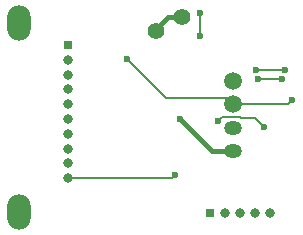
<source format=gbr>
G04 #@! TF.FileFunction,Copper,L2,Bot,Signal*
%FSLAX46Y46*%
G04 Gerber Fmt 4.6, Leading zero omitted, Abs format (unit mm)*
G04 Created by KiCad (PCBNEW 4.0.2+dfsg1-stable) date 2018年07月27日 15時19分14秒*
%MOMM*%
G01*
G04 APERTURE LIST*
%ADD10C,0.100000*%
%ADD11O,1.500000X1.200000*%
%ADD12C,1.500000*%
%ADD13R,0.800000X0.800000*%
%ADD14O,0.800000X0.800000*%
%ADD15O,2.000000X3.000000*%
%ADD16C,0.600000*%
%ADD17C,1.399540*%
%ADD18C,0.203200*%
%ADD19C,0.381000*%
%ADD20C,0.127000*%
G04 APERTURE END LIST*
D10*
D11*
X116085600Y-84244800D03*
X116085600Y-82244800D03*
D12*
X116085600Y-80244800D03*
X116085600Y-78244800D03*
D13*
X102085600Y-75244800D03*
D14*
X102085600Y-76494800D03*
X102085600Y-77744800D03*
X102085600Y-78994800D03*
X102085600Y-80244800D03*
X102085600Y-81494800D03*
X102085600Y-82744800D03*
X102085600Y-83994800D03*
X102085600Y-85244800D03*
X102085600Y-86494800D03*
D13*
X114185600Y-89444800D03*
D14*
X115435600Y-89444800D03*
X116685600Y-89444800D03*
X117935600Y-89444800D03*
X119185600Y-89444800D03*
D15*
X97975600Y-73339800D03*
X97975600Y-89339800D03*
D16*
X120535600Y-77344800D03*
X118035600Y-77344800D03*
X118735600Y-82194800D03*
X114835600Y-81644800D03*
X118235600Y-78144800D03*
X120235600Y-78144800D03*
D17*
X111785600Y-72844800D03*
X109585600Y-74044800D03*
D16*
X111585600Y-81494800D03*
X111185600Y-86244800D03*
X121085600Y-79894800D03*
X107085600Y-76444800D03*
X113335600Y-72494800D03*
X113335600Y-74494800D03*
D18*
X120085600Y-77344800D02*
X120535600Y-77344800D01*
X118035600Y-77344800D02*
X120085600Y-77344800D01*
X116661800Y-81321000D02*
X116735600Y-81394800D01*
X117935600Y-81394800D02*
X116735600Y-81394800D01*
X118735600Y-82194800D02*
X117935600Y-81394800D01*
X116735600Y-81394800D02*
X116685600Y-81344800D01*
X115135600Y-81344800D02*
X115167700Y-81344800D01*
X115135600Y-81344800D02*
X114835600Y-81644800D01*
X115191500Y-81321000D02*
X116661800Y-81321000D01*
X115167700Y-81344800D02*
X115191500Y-81321000D01*
X118235600Y-78144800D02*
X120235600Y-78144800D01*
D19*
X110585600Y-72844800D02*
X111785600Y-72844800D01*
X109585600Y-73844800D02*
X110585600Y-72844800D01*
X109585600Y-74044800D02*
X109585600Y-73844800D01*
X114335600Y-84244800D02*
X116085600Y-84244800D01*
X111585600Y-81494800D02*
X114335600Y-84244800D01*
D18*
X103685600Y-86494800D02*
X102085600Y-86494800D01*
X110935600Y-86494800D02*
X103685600Y-86494800D01*
X111185600Y-86244800D02*
X110935600Y-86494800D01*
D20*
X103685600Y-86494800D02*
X103585600Y-86494800D01*
D18*
X116085600Y-80244800D02*
X120735600Y-80244800D01*
X120735600Y-80244800D02*
X121085600Y-79894800D01*
X107085600Y-76444800D02*
X110385600Y-79744800D01*
X110385600Y-79744800D02*
X115585600Y-79744800D01*
D20*
X115585600Y-79744800D02*
X116085600Y-80244800D01*
X107435600Y-76794800D02*
X107085600Y-76444800D01*
D18*
X113335600Y-74494800D02*
X113335600Y-72494800D01*
M02*

</source>
